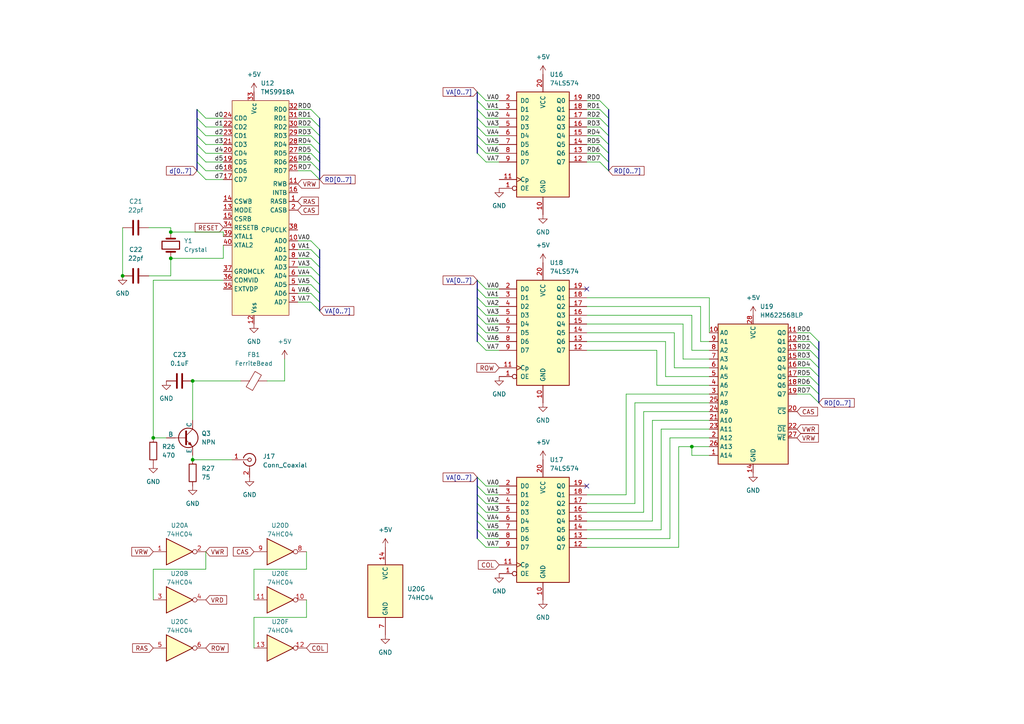
<source format=kicad_sch>
(kicad_sch (version 20230121) (generator eeschema)
  (paper "A4")
  (lib_symbols
    (symbol "74xx:74HC04"
      (property "Reference" "U" (at 0 1.27 0))
      (property "Value" "74HC04" (at 0 -1.27 0))
      (symbol "74HC04_1_0"
        (polyline (pts (xy -3.81 3.81) (xy -3.81 -3.81) (xy 3.81 0) (xy -3.81 3.81)) (stroke (width 0.254)) (fill (type background)))
        (pin input line (at -7.62 0 0) (length 3.81) (name "~") (number "1"))
        (pin output inverted (at 7.62 0 180) (length 3.81) (name "~") (number "2"))
      )
      (symbol "74HC04_2_0"
        (polyline (pts (xy -3.81 3.81) (xy -3.81 -3.81) (xy 3.81 0) (xy -3.81 3.81)) (stroke (width 0.254)) (fill (type background)))
        (pin input line (at -7.62 0 0) (length 3.81) (name "~") (number "3"))
        (pin output inverted (at 7.62 0 180) (length 3.81) (name "~") (number "4"))
      )
      (symbol "74HC04_3_0"
        (polyline (pts (xy -3.81 3.81) (xy -3.81 -3.81) (xy 3.81 0) (xy -3.81 3.81)) (stroke (width 0.254)) (fill (type background)))
        (pin input line (at -7.62 0 0) (length 3.81) (name "~") (number "5"))
        (pin output inverted (at 7.62 0 180) (length 3.81) (name "~") (number "6"))
      )
      (symbol "74HC04_4_0"
        (polyline (pts (xy -3.81 3.81) (xy -3.81 -3.81) (xy 3.81 0) (xy -3.81 3.81)) (stroke (width 0.254)) (fill (type background)))
        (pin output inverted (at 7.62 0 180) (length 3.81) (name "~") (number "8"))
        (pin input line (at -7.62 0 0) (length 3.81) (name "~") (number "9"))
      )
      (symbol "74HC04_5_0"
        (polyline (pts (xy -3.81 3.81) (xy -3.81 -3.81) (xy 3.81 0) (xy -3.81 3.81)) (stroke (width 0.254)) (fill (type background)))
        (pin output inverted (at 7.62 0 180) (length 3.81) (name "~") (number "10"))
        (pin input line (at -7.62 0 0) (length 3.81) (name "~") (number "11"))
      )
      (symbol "74HC04_6_0"
        (polyline (pts (xy -3.81 3.81) (xy -3.81 -3.81) (xy 3.81 0) (xy -3.81 3.81)) (stroke (width 0.254)) (fill (type background)))
        (pin output inverted (at 7.62 0 180) (length 3.81) (name "~") (number "12"))
        (pin input line (at -7.62 0 0) (length 3.81) (name "~") (number "13"))
      )
      (symbol "74HC04_7_0"
        (pin power_in line (at 0 12.7 270) (length 5.08) (name "VCC") (number "14"))
        (pin power_in line (at 0 -12.7 90) (length 5.08) (name "GND") (number "7"))
      )
      (symbol "74HC04_7_1"
        (rectangle (start -5.08 7.62) (end 5.08 -7.62) (stroke (width 0.254)) (fill (type background)))
      )
    )
    (symbol "74xx:74LS574" (pin_names (offset 1.016))
      (property "Reference" "U" (at -7.62 16.51 0))
      (property "Value" "74LS574" (at -7.62 -16.51 0))
      (symbol "74LS574_1_0"
        (pin input inverted (at -12.7 -12.7 0) (length 5.08) (name "OE") (number "1"))
        (pin power_in line (at 0 -20.32 90) (length 5.08) (name "GND") (number "10"))
        (pin input clock (at -12.7 -10.16 0) (length 5.08) (name "Cp") (number "11"))
        (pin tri_state line (at 12.7 -5.08 180) (length 5.08) (name "Q7") (number "12"))
        (pin tri_state line (at 12.7 -2.54 180) (length 5.08) (name "Q6") (number "13"))
        (pin tri_state line (at 12.7 0 180) (length 5.08) (name "Q5") (number "14"))
        (pin tri_state line (at 12.7 2.54 180) (length 5.08) (name "Q4") (number "15"))
        (pin tri_state line (at 12.7 5.08 180) (length 5.08) (name "Q3") (number "16"))
        (pin tri_state line (at 12.7 7.62 180) (length 5.08) (name "Q2") (number "17"))
        (pin tri_state line (at 12.7 10.16 180) (length 5.08) (name "Q1") (number "18"))
        (pin tri_state line (at 12.7 12.7 180) (length 5.08) (name "Q0") (number "19"))
        (pin input line (at -12.7 12.7 0) (length 5.08) (name "D0") (number "2"))
        (pin power_in line (at 0 20.32 270) (length 5.08) (name "VCC") (number "20"))
        (pin input line (at -12.7 10.16 0) (length 5.08) (name "D1") (number "3"))
        (pin input line (at -12.7 7.62 0) (length 5.08) (name "D2") (number "4"))
        (pin input line (at -12.7 5.08 0) (length 5.08) (name "D3") (number "5"))
        (pin input line (at -12.7 2.54 0) (length 5.08) (name "D4") (number "6"))
        (pin input line (at -12.7 0 0) (length 5.08) (name "D5") (number "7"))
        (pin input line (at -12.7 -2.54 0) (length 5.08) (name "D6") (number "8"))
        (pin input line (at -12.7 -5.08 0) (length 5.08) (name "D7") (number "9"))
      )
      (symbol "74LS574_1_1"
        (rectangle (start -7.62 15.24) (end 7.62 -15.24) (stroke (width 0.254)) (fill (type background)))
      )
    )
    (symbol "Connector:Conn_Coaxial" (pin_names (offset 1.016) hide)
      (property "Reference" "J" (at 0.254 3.048 0))
      (property "Value" "Conn_Coaxial" (at 2.921 0 90))
      (symbol "Conn_Coaxial_0_1"
        (arc (start -1.778 -0.508) (mid 0.2311 -1.8066) (end 1.778 0) (stroke (width 0.254)))
        (polyline (pts (xy -2.54 0) (xy -0.508 0)))
        (polyline (pts (xy 0 -2.54) (xy 0 -1.778)))
        (circle (center 0 0) (radius 0.508) (stroke (width 0.2032)))
        (arc (start 1.778 0) (mid 0.2099 1.8101) (end -1.778 0.508) (stroke (width 0.254)))
      )
      (symbol "Conn_Coaxial_1_1"
        (pin passive line (at -5.08 0 0) (length 2.54) (name "In") (number "1"))
        (pin passive line (at 0 -5.08 90) (length 2.54) (name "Ext") (number "2"))
      )
    )
    (symbol "Device:C" (pin_numbers hide) (pin_names (offset 0.254))
      (property "Reference" "C" (at 0.635 2.54 0))
      (property "Value" "C" (at 0.635 -2.54 0))
      (symbol "C_0_1"
        (polyline (pts (xy -2.032 -0.762) (xy 2.032 -0.762)) (stroke (width 0.508)))
        (polyline (pts (xy -2.032 0.762) (xy 2.032 0.762)) (stroke (width 0.508)))
      )
      (symbol "C_1_1"
        (pin passive line (at 0 3.81 270) (length 2.794) (name "~") (number "1"))
        (pin passive line (at 0 -3.81 90) (length 2.794) (name "~") (number "2"))
      )
    )
    (symbol "Device:Crystal" (pin_numbers hide) (pin_names (offset 1.016) hide)
      (property "Reference" "Y" (at 0 3.81 0))
      (property "Value" "Crystal" (at 0 -3.81 0))
      (symbol "Crystal_0_1"
        (rectangle (start -1.143 2.54) (end 1.143 -2.54) (stroke (width 0.3048)))
        (polyline (pts (xy -2.54 0) (xy -1.905 0)))
        (polyline (pts (xy -1.905 -1.27) (xy -1.905 1.27)) (stroke (width 0.508)))
        (polyline (pts (xy 1.905 -1.27) (xy 1.905 1.27)) (stroke (width 0.508)))
        (polyline (pts (xy 2.54 0) (xy 1.905 0)))
      )
      (symbol "Crystal_1_1"
        (pin passive line (at -3.81 0 0) (length 1.27) (name "1") (number "1"))
        (pin passive line (at 3.81 0 180) (length 1.27) (name "2") (number "2"))
      )
    )
    (symbol "Device:FerriteBead" (pin_numbers hide) (pin_names (offset 0))
      (property "Reference" "FB" (at -3.81 0.635 90))
      (property "Value" "FerriteBead" (at 3.81 0 90))
      (symbol "FerriteBead_0_1"
        (polyline (pts (xy 0 -1.27) (xy 0 -1.2192)))
        (polyline (pts (xy 0 1.27) (xy 0 1.2954)))
        (polyline (pts (xy -2.7686 0.4064) (xy -1.7018 2.2606) (xy 2.7686 -0.3048) (xy 1.6764 -2.159) (xy -2.7686 0.4064)))
      )
      (symbol "FerriteBead_1_1"
        (pin passive line (at 0 3.81 270) (length 2.54) (name "~") (number "1"))
        (pin passive line (at 0 -3.81 90) (length 2.54) (name "~") (number "2"))
      )
    )
    (symbol "Device:R" (pin_numbers hide) (pin_names (offset 0))
      (property "Reference" "R" (at 2.032 0 90))
      (property "Value" "R" (at 0 0 90))
      (symbol "R_0_1"
        (rectangle (start -1.016 -2.54) (end 1.016 2.54) (stroke (width 0.254)))
      )
      (symbol "R_1_1"
        (pin passive line (at 0 3.81 270) (length 1.27) (name "~") (number "1"))
        (pin passive line (at 0 -3.81 90) (length 1.27) (name "~") (number "2"))
      )
    )
    (symbol "GraphicsLibrary:TMS9918A"
      (property "Reference" "U" (at 0 30.48 0))
      (property "Value" "TMS9918A" (at 0.635 28.575 0))
      (symbol "TMS9918A_0_0"
        (text "" (at 8.89 -6.35 0) (effects (font (size 1.27 1.27))))
      )
      (symbol "TMS9918A_0_1"
        (rectangle (start -6.35 22.86) (end 10.16 -39.37) (fill (type background)))
      )
      (symbol "TMS9918A_1_0"
        (pin input line (at -8.89 -19.05 0) (length 2.54) (name "XTAL2") (number "40"))
      )
      (symbol "TMS9918A_1_1"
        (pin output line (at 12.7 -6.35 180) (length 2.54) (name "RASB") (number "1"))
        (pin output line (at 12.7 -17.78 180) (length 2.54) (name "AD0") (number "10"))
        (pin output line (at 12.7 -1.27 180) (length 2.54) (name "RWB") (number "11"))
        (pin power_in line (at 0 -41.91 90) (length 2.54) (name "Vss") (number "12"))
        (pin input line (at -8.89 -8.89 0) (length 2.54) (name "MODE") (number "13"))
        (pin input line (at -8.89 -6.35 0) (length 2.54) (name "CSWB") (number "14"))
        (pin input line (at -8.89 -11.43 0) (length 2.54) (name "CSRB") (number "15"))
        (pin output line (at 12.7 -3.81 180) (length 2.54) (name "INTB") (number "16"))
        (pin bidirectional line (at -8.89 0 0) (length 2.54) (name "CD7") (number "17"))
        (pin bidirectional line (at -8.89 2.54 0) (length 2.54) (name "CD6") (number "18"))
        (pin bidirectional line (at -8.89 5.08 0) (length 2.54) (name "CD5") (number "19"))
        (pin output line (at 12.7 -8.89 180) (length 2.54) (name "CASB") (number "2"))
        (pin bidirectional line (at -8.89 7.62 0) (length 2.54) (name "CD4") (number "20"))
        (pin bidirectional line (at -8.89 10.16 0) (length 2.54) (name "CD3") (number "21"))
        (pin bidirectional line (at -8.89 15.24 0) (length 2.54) (name "CD2") (number "22"))
        (pin bidirectional line (at -8.89 12.7 0) (length 2.54) (name "CD1") (number "23"))
        (pin bidirectional line (at -8.89 17.78 0) (length 2.54) (name "CD0") (number "24"))
        (pin input line (at 12.7 2.54 180) (length 2.54) (name "RD7") (number "25"))
        (pin input line (at 12.7 5.08 180) (length 2.54) (name "RD6") (number "26"))
        (pin input line (at 12.7 7.62 180) (length 2.54) (name "RD5") (number "27"))
        (pin input line (at 12.7 10.16 180) (length 2.54) (name "RD4") (number "28"))
        (pin input line (at 12.7 12.7 180) (length 2.54) (name "RD3") (number "29"))
        (pin output line (at 12.7 -35.56 180) (length 2.54) (name "AD7") (number "3"))
        (pin input line (at 12.7 15.24 180) (length 2.54) (name "RD2") (number "30"))
        (pin input line (at 12.7 17.78 180) (length 2.54) (name "RD1") (number "31"))
        (pin input line (at 12.7 20.32 180) (length 2.54) (name "RD0") (number "32"))
        (pin power_in line (at 0 25.4 270) (length 2.54) (name "Vcc") (number "33"))
        (pin input line (at -8.89 -13.97 0) (length 2.54) (name "RESETB") (number "34"))
        (pin bidirectional line (at -8.89 -31.75 0) (length 2.54) (name "EXTVDP") (number "35"))
        (pin output line (at -8.89 -29.21 0) (length 2.54) (name "COMVID") (number "36"))
        (pin output line (at -8.89 -26.67 0) (length 2.54) (name "GROMCLK") (number "37"))
        (pin output line (at 12.7 -14.605 180) (length 2.54) (name "CPUCLK") (number "38"))
        (pin input line (at -8.89 -16.51 0) (length 2.54) (name "XTAL1") (number "39"))
        (pin output line (at 12.7 -33.02 180) (length 2.54) (name "AD6") (number "4"))
        (pin output line (at 12.7 -30.48 180) (length 2.54) (name "AD5") (number "5"))
        (pin output line (at 12.7 -27.94 180) (length 2.54) (name "AD4") (number "6"))
        (pin output line (at 12.7 -25.4 180) (length 2.54) (name "AD3") (number "7"))
        (pin output line (at 12.7 -22.86 180) (length 2.54) (name "AD2") (number "8"))
        (pin output line (at 12.7 -20.32 180) (length 2.54) (name "AD1") (number "9"))
      )
    )
    (symbol "Memory_RAM:HM62256BLP"
      (property "Reference" "U" (at -10.16 20.955 0))
      (property "Value" "HM62256BLP" (at 2.54 20.955 0))
      (symbol "HM62256BLP_0_0"
        (pin power_in line (at 0 -22.86 90) (length 2.54) (name "GND") (number "14"))
        (pin power_in line (at 0 22.86 270) (length 2.54) (name "VCC") (number "28"))
      )
      (symbol "HM62256BLP_0_1"
        (rectangle (start -10.16 20.32) (end 10.16 -20.32) (stroke (width 0.254)) (fill (type background)))
      )
      (symbol "HM62256BLP_1_1"
        (pin input line (at -12.7 -17.78 0) (length 2.54) (name "A14") (number "1"))
        (pin input line (at -12.7 17.78 0) (length 2.54) (name "A0") (number "10"))
        (pin tri_state line (at 12.7 17.78 180) (length 2.54) (name "Q0") (number "11"))
        (pin tri_state line (at 12.7 15.24 180) (length 2.54) (name "Q1") (number "12"))
        (pin tri_state line (at 12.7 12.7 180) (length 2.54) (name "Q2") (number "13"))
        (pin tri_state line (at 12.7 10.16 180) (length 2.54) (name "Q3") (number "15"))
        (pin tri_state line (at 12.7 7.62 180) (length 2.54) (name "Q4") (number "16"))
        (pin tri_state line (at 12.7 5.08 180) (length 2.54) (name "Q5") (number "17"))
        (pin tri_state line (at 12.7 2.54 180) (length 2.54) (name "Q6") (number "18"))
        (pin tri_state line (at 12.7 0 180) (length 2.54) (name "Q7") (number "19"))
        (pin input line (at -12.7 -12.7 0) (length 2.54) (name "A12") (number "2"))
        (pin input line (at 12.7 -5.08 180) (length 2.54) (name "~{CS}") (number "20"))
        (pin input line (at -12.7 -7.62 0) (length 2.54) (name "A10") (number "21"))
        (pin input line (at 12.7 -10.16 180) (length 2.54) (name "~{OE}") (number "22"))
        (pin input line (at -12.7 -10.16 0) (length 2.54) (name "A11") (number "23"))
        (pin input line (at -12.7 -5.08 0) (length 2.54) (name "A9") (number "24"))
        (pin input line (at -12.7 -2.54 0) (length 2.54) (name "A8") (number "25"))
        (pin input line (at -12.7 -15.24 0) (length 2.54) (name "A13") (number "26"))
        (pin input line (at 12.7 -12.7 180) (length 2.54) (name "~{WE}") (number "27"))
        (pin input line (at -12.7 0 0) (length 2.54) (name "A7") (number "3"))
        (pin input line (at -12.7 2.54 0) (length 2.54) (name "A6") (number "4"))
        (pin input line (at -12.7 5.08 0) (length 2.54) (name "A5") (number "5"))
        (pin input line (at -12.7 7.62 0) (length 2.54) (name "A4") (number "6"))
        (pin input line (at -12.7 10.16 0) (length 2.54) (name "A3") (number "7"))
        (pin input line (at -12.7 12.7 0) (length 2.54) (name "A2") (number "8"))
        (pin input line (at -12.7 15.24 0) (length 2.54) (name "A1") (number "9"))
      )
    )
    (symbol "Simulation_SPICE:NPN" (pin_numbers hide) (pin_names (offset 0))
      (property "Reference" "Q" (at -2.54 7.62 0))
      (property "Value" "NPN" (at -2.54 5.08 0))
      (symbol "NPN_0_1"
        (polyline (pts (xy -2.54 0) (xy 0.635 0)) (stroke (width 0.1524)))
        (polyline (pts (xy 0.635 0.635) (xy 2.54 2.54)))
        (polyline (pts (xy 2.794 -1.27) (xy 2.794 -1.27)) (stroke (width 0.1524)))
        (polyline (pts (xy 2.794 -1.27) (xy 2.794 -1.27)) (stroke (width 0.1524)))
        (polyline (pts (xy 0.635 -0.635) (xy 2.54 -2.54) (xy 2.54 -2.54)))
        (polyline (pts (xy 0.635 1.905) (xy 0.635 -1.905) (xy 0.635 -1.905)) (stroke (width 0.508)))
        (polyline (pts (xy 1.27 -1.778) (xy 1.778 -1.27) (xy 2.286 -2.286) (xy 1.27 -1.778) (xy 1.27 -1.778)) (fill (type outline)))
        (circle (center 1.27 0) (radius 2.8194) (stroke (width 0.254)))
      )
      (symbol "NPN_1_1"
        (pin open_collector line (at 2.54 5.08 270) (length 2.54) (name "C") (number "1"))
        (pin input line (at -5.08 0 0) (length 2.54) (name "B") (number "2"))
        (pin open_emitter line (at 2.54 -5.08 90) (length 2.54) (name "E") (number "3"))
      )
    )
    (symbol "power:+5V" (power) (pin_names (offset 0))
      (property "Value" "+5V" (at 0 3.556 0))
      (symbol "+5V_0_1"
        (polyline (pts (xy -0.762 1.27) (xy 0 2.54)))
        (polyline (pts (xy 0 0) (xy 0 2.54)))
        (polyline (pts (xy 0 2.54) (xy 0.762 1.27)))
      )
      (symbol "+5V_1_1"
        (pin power_in line (at 0 0 90) (length 0) hide (name "+5V") (number "1"))
      )
    )
    (symbol "power:GND" (power) (pin_names (offset 0))
      (property "Value" "GND" (at 0 -3.81 0))
      (symbol "GND_0_1"
        (polyline (pts (xy 0 0) (xy 0 -1.27) (xy 1.27 -1.27) (xy 0 -2.54) (xy -1.27 -1.27) (xy 0 -1.27)))
      )
      (symbol "GND_1_1"
        (pin power_in line (at 0 0 270) (length 0) hide (name "GND") (number "1"))
      )
    )
  )
  (junction (at 200.66 129.54))
  (junction (at 49.53 67.31))
  (junction (at 55.88 133.35))
  (junction (at 49.53 74.93))
  (junction (at 35.56 80.01))
  (junction (at 55.88 110.49))
  (junction (at 44.45 127))
  (no_connect (at 170.18 83.82))
  (no_connect (at 170.18 140.97))
  (bus_entry (at 234.95 114.3) (size 2.54 2.54))
  (bus_entry (at 57.15 46.99) (size 2.54 2.54))
  (bus_entry (at 140.97 156.21) (size -2.54 -2.54))
  (bus_entry (at 140.97 39.37) (size -2.54 -2.54))
  (bus_entry (at 90.17 46.99) (size 2.54 2.54))
  (bus_entry (at 173.99 34.29) (size 2.54 2.54))
  (bus_entry (at 234.95 106.68) (size 2.54 2.54))
  (bus_entry (at 90.17 74.93) (size 2.54 2.54))
  (bus_entry (at 57.15 39.37) (size 2.54 2.54))
  (bus_entry (at 140.97 153.67) (size -2.54 -2.54))
  (bus_entry (at 140.97 148.59) (size -2.54 -2.54))
  (bus_entry (at 173.99 46.99) (size 2.54 2.54))
  (bus_entry (at 140.97 158.75) (size -2.54 -2.54))
  (bus_entry (at 90.17 82.55) (size 2.54 2.54))
  (bus_entry (at 57.15 36.83) (size 2.54 2.54))
  (bus_entry (at 140.97 46.99) (size -2.54 -2.54))
  (bus_entry (at 140.97 29.21) (size -2.54 -2.54))
  (bus_entry (at 140.97 99.06) (size -2.54 -2.54))
  (bus_entry (at 90.17 31.75) (size 2.54 2.54))
  (bus_entry (at 57.15 44.45) (size 2.54 2.54))
  (bus_entry (at 57.15 34.29) (size 2.54 2.54))
  (bus_entry (at 140.97 101.6) (size -2.54 -2.54))
  (bus_entry (at 90.17 41.91) (size 2.54 2.54))
  (bus_entry (at 140.97 41.91) (size -2.54 -2.54))
  (bus_entry (at 90.17 36.83) (size 2.54 2.54))
  (bus_entry (at 90.17 69.85) (size 2.54 2.54))
  (bus_entry (at 57.15 41.91) (size 2.54 2.54))
  (bus_entry (at 90.17 44.45) (size 2.54 2.54))
  (bus_entry (at 234.95 109.22) (size 2.54 2.54))
  (bus_entry (at 90.17 49.53) (size 2.54 2.54))
  (bus_entry (at 140.97 91.44) (size -2.54 -2.54))
  (bus_entry (at 140.97 143.51) (size -2.54 -2.54))
  (bus_entry (at 234.95 104.14) (size 2.54 2.54))
  (bus_entry (at 90.17 34.29) (size 2.54 2.54))
  (bus_entry (at 140.97 93.98) (size -2.54 -2.54))
  (bus_entry (at 90.17 72.39) (size 2.54 2.54))
  (bus_entry (at 173.99 39.37) (size 2.54 2.54))
  (bus_entry (at 173.99 29.21) (size 2.54 2.54))
  (bus_entry (at 90.17 80.01) (size 2.54 2.54))
  (bus_entry (at 234.95 111.76) (size 2.54 2.54))
  (bus_entry (at 140.97 140.97) (size -2.54 -2.54))
  (bus_entry (at 234.95 101.6) (size 2.54 2.54))
  (bus_entry (at 234.95 99.06) (size 2.54 2.54))
  (bus_entry (at 140.97 44.45) (size -2.54 -2.54))
  (bus_entry (at 140.97 88.9) (size -2.54 -2.54))
  (bus_entry (at 140.97 31.75) (size -2.54 -2.54))
  (bus_entry (at 57.15 49.53) (size 2.54 2.54))
  (bus_entry (at 90.17 85.09) (size 2.54 2.54))
  (bus_entry (at 173.99 36.83) (size 2.54 2.54))
  (bus_entry (at 90.17 77.47) (size 2.54 2.54))
  (bus_entry (at 57.15 31.75) (size 2.54 2.54))
  (bus_entry (at 140.97 83.82) (size -2.54 -2.54))
  (bus_entry (at 140.97 96.52) (size -2.54 -2.54))
  (bus_entry (at 173.99 31.75) (size 2.54 2.54))
  (bus_entry (at 140.97 146.05) (size -2.54 -2.54))
  (bus_entry (at 90.17 87.63) (size 2.54 2.54))
  (bus_entry (at 234.95 96.52) (size 2.54 2.54))
  (bus_entry (at 173.99 44.45) (size 2.54 2.54))
  (bus_entry (at 140.97 36.83) (size -2.54 -2.54))
  (bus_entry (at 140.97 151.13) (size -2.54 -2.54))
  (bus_entry (at 140.97 86.36) (size -2.54 -2.54))
  (bus_entry (at 173.99 41.91) (size 2.54 2.54))
  (bus_entry (at 140.97 34.29) (size -2.54 -2.54))
  (bus_entry (at 90.17 39.37) (size 2.54 2.54))
  (bus (pts (xy 92.71 82.55) (xy 92.71 85.09)))
  (wire (pts (xy 144.78 158.75) (xy 140.97 158.75)))
  (bus (pts (xy 176.53 41.91) (xy 176.53 44.45)))
  (wire (pts (xy 144.78 88.9) (xy 140.97 88.9)))
  (bus (pts (xy 92.71 72.39) (xy 92.71 74.93)))
  (wire (pts (xy 49.53 67.31) (xy 64.77 67.31)))
  (wire (pts (xy 194.31 127) (xy 205.74 127)))
  (bus (pts (xy 237.49 104.14) (xy 237.49 106.68)))
  (wire (pts (xy 231.14 109.22) (xy 234.95 109.22)))
  (bus (pts (xy 57.15 31.75) (xy 57.15 34.29)))
  (wire (pts (xy 86.36 41.91) (xy 90.17 41.91)))
  (wire (pts (xy 170.18 29.21) (xy 173.99 29.21)))
  (wire (pts (xy 191.77 124.46) (xy 205.74 124.46)))
  (bus (pts (xy 92.71 34.29) (xy 92.71 36.83)))
  (wire (pts (xy 195.58 106.68) (xy 195.58 96.52)))
  (wire (pts (xy 86.36 49.53) (xy 90.17 49.53)))
  (wire (pts (xy 205.74 111.76) (xy 190.5 111.76)))
  (wire (pts (xy 144.78 46.99) (xy 140.97 46.99)))
  (wire (pts (xy 144.78 41.91) (xy 140.97 41.91)))
  (wire (pts (xy 144.78 151.13) (xy 140.97 151.13)))
  (wire (pts (xy 73.66 179.07) (xy 73.66 187.96)))
  (wire (pts (xy 231.14 111.76) (xy 234.95 111.76)))
  (wire (pts (xy 170.18 34.29) (xy 173.99 34.29)))
  (bus (pts (xy 92.71 49.53) (xy 92.71 52.07)))
  (bus (pts (xy 138.43 34.29) (xy 138.43 31.75)))
  (bus (pts (xy 92.71 44.45) (xy 92.71 46.99)))
  (wire (pts (xy 205.74 106.68) (xy 195.58 106.68)))
  (bus (pts (xy 138.43 156.21) (xy 138.43 153.67)))
  (wire (pts (xy 231.14 101.6) (xy 234.95 101.6)))
  (wire (pts (xy 194.31 156.21) (xy 194.31 127)))
  (wire (pts (xy 200.66 91.44) (xy 170.18 91.44)))
  (wire (pts (xy 59.69 44.45) (xy 64.77 44.45)))
  (wire (pts (xy 170.18 39.37) (xy 173.99 39.37)))
  (wire (pts (xy 205.74 132.08) (xy 200.66 132.08)))
  (wire (pts (xy 44.45 127) (xy 48.26 127)))
  (wire (pts (xy 43.18 66.04) (xy 49.53 66.04)))
  (wire (pts (xy 144.78 86.36) (xy 140.97 86.36)))
  (wire (pts (xy 205.74 101.6) (xy 200.66 101.6)))
  (wire (pts (xy 144.78 153.67) (xy 140.97 153.67)))
  (wire (pts (xy 231.14 104.14) (xy 234.95 104.14)))
  (wire (pts (xy 86.36 69.85) (xy 90.17 69.85)))
  (bus (pts (xy 237.49 99.06) (xy 237.49 101.6)))
  (wire (pts (xy 59.69 41.91) (xy 64.77 41.91)))
  (wire (pts (xy 144.78 36.83) (xy 140.97 36.83)))
  (wire (pts (xy 190.5 111.76) (xy 190.5 101.6)))
  (wire (pts (xy 88.9 165.1) (xy 73.66 165.1)))
  (bus (pts (xy 237.49 114.3) (xy 237.49 116.84)))
  (bus (pts (xy 92.71 77.47) (xy 92.71 80.01)))
  (wire (pts (xy 200.66 129.54) (xy 205.74 129.54)))
  (wire (pts (xy 59.69 49.53) (xy 64.77 49.53)))
  (wire (pts (xy 86.36 87.63) (xy 90.17 87.63)))
  (wire (pts (xy 231.14 114.3) (xy 234.95 114.3)))
  (wire (pts (xy 88.9 173.99) (xy 88.9 179.07)))
  (bus (pts (xy 92.71 41.91) (xy 92.71 44.45)))
  (bus (pts (xy 138.43 88.9) (xy 138.43 86.36)))
  (wire (pts (xy 144.78 93.98) (xy 140.97 93.98)))
  (bus (pts (xy 138.43 83.82) (xy 138.43 81.28)))
  (bus (pts (xy 176.53 46.99) (xy 176.53 49.53)))
  (wire (pts (xy 59.69 36.83) (xy 64.77 36.83)))
  (wire (pts (xy 59.69 39.37) (xy 64.77 39.37)))
  (bus (pts (xy 57.15 34.29) (xy 57.15 36.83)))
  (wire (pts (xy 59.69 52.07) (xy 64.77 52.07)))
  (wire (pts (xy 203.2 99.06) (xy 203.2 88.9)))
  (wire (pts (xy 170.18 146.05) (xy 184.15 146.05)))
  (wire (pts (xy 205.74 104.14) (xy 198.12 104.14)))
  (wire (pts (xy 88.9 179.07) (xy 73.66 179.07)))
  (wire (pts (xy 170.18 156.21) (xy 194.31 156.21)))
  (wire (pts (xy 203.2 88.9) (xy 170.18 88.9)))
  (bus (pts (xy 176.53 31.75) (xy 176.53 34.29)))
  (wire (pts (xy 49.53 80.01) (xy 49.53 74.93)))
  (wire (pts (xy 193.04 109.22) (xy 193.04 99.06)))
  (bus (pts (xy 138.43 99.06) (xy 138.43 96.52)))
  (wire (pts (xy 35.56 66.04) (xy 35.56 80.01)))
  (bus (pts (xy 138.43 153.67) (xy 138.43 151.13)))
  (wire (pts (xy 193.04 99.06) (xy 170.18 99.06)))
  (wire (pts (xy 170.18 36.83) (xy 173.99 36.83)))
  (bus (pts (xy 92.71 74.93) (xy 92.71 77.47)))
  (wire (pts (xy 184.15 116.84) (xy 205.74 116.84)))
  (bus (pts (xy 138.43 44.45) (xy 138.43 41.91)))
  (bus (pts (xy 57.15 41.91) (xy 57.15 44.45)))
  (wire (pts (xy 86.36 46.99) (xy 90.17 46.99)))
  (wire (pts (xy 170.18 151.13) (xy 189.23 151.13)))
  (bus (pts (xy 176.53 34.29) (xy 176.53 36.83)))
  (wire (pts (xy 186.69 148.59) (xy 186.69 119.38)))
  (wire (pts (xy 191.77 153.67) (xy 191.77 124.46)))
  (bus (pts (xy 138.43 146.05) (xy 138.43 143.51)))
  (bus (pts (xy 237.49 111.76) (xy 237.49 114.3)))
  (wire (pts (xy 170.18 153.67) (xy 191.77 153.67)))
  (wire (pts (xy 181.61 143.51) (xy 181.61 114.3)))
  (wire (pts (xy 64.77 81.28) (xy 44.45 81.28)))
  (bus (pts (xy 138.43 39.37) (xy 138.43 36.83)))
  (bus (pts (xy 138.43 31.75) (xy 138.43 29.21)))
  (wire (pts (xy 231.14 99.06) (xy 234.95 99.06)))
  (bus (pts (xy 92.71 39.37) (xy 92.71 41.91)))
  (wire (pts (xy 43.18 80.01) (xy 49.53 80.01)))
  (wire (pts (xy 77.47 110.49) (xy 82.55 110.49)))
  (bus (pts (xy 57.15 39.37) (xy 57.15 41.91)))
  (wire (pts (xy 86.36 39.37) (xy 90.17 39.37)))
  (wire (pts (xy 170.18 158.75) (xy 196.85 158.75)))
  (wire (pts (xy 55.88 133.35) (xy 67.31 133.35)))
  (wire (pts (xy 200.66 101.6) (xy 200.66 91.44)))
  (bus (pts (xy 92.71 87.63) (xy 92.71 90.17)))
  (wire (pts (xy 144.78 143.51) (xy 140.97 143.51)))
  (bus (pts (xy 92.71 46.99) (xy 92.71 49.53)))
  (wire (pts (xy 196.85 158.75) (xy 196.85 129.54)))
  (wire (pts (xy 64.77 74.93) (xy 64.77 71.12)))
  (wire (pts (xy 181.61 114.3) (xy 205.74 114.3)))
  (bus (pts (xy 237.49 109.22) (xy 237.49 111.76)))
  (wire (pts (xy 86.36 82.55) (xy 90.17 82.55)))
  (wire (pts (xy 86.36 36.83) (xy 90.17 36.83)))
  (bus (pts (xy 138.43 148.59) (xy 138.43 146.05)))
  (wire (pts (xy 86.36 80.01) (xy 90.17 80.01)))
  (wire (pts (xy 170.18 46.99) (xy 173.99 46.99)))
  (bus (pts (xy 92.71 80.01) (xy 92.71 82.55)))
  (bus (pts (xy 138.43 91.44) (xy 138.43 88.9)))
  (bus (pts (xy 57.15 36.83) (xy 57.15 39.37)))
  (wire (pts (xy 144.78 96.52) (xy 140.97 96.52)))
  (wire (pts (xy 205.74 86.36) (xy 205.74 96.52)))
  (wire (pts (xy 144.78 44.45) (xy 140.97 44.45)))
  (bus (pts (xy 138.43 86.36) (xy 138.43 83.82)))
  (bus (pts (xy 176.53 36.83) (xy 176.53 39.37)))
  (bus (pts (xy 176.53 44.45) (xy 176.53 46.99)))
  (bus (pts (xy 138.43 140.97) (xy 138.43 138.43)))
  (bus (pts (xy 57.15 46.99) (xy 57.15 49.53)))
  (wire (pts (xy 205.74 109.22) (xy 193.04 109.22)))
  (wire (pts (xy 82.55 110.49) (xy 82.55 104.14)))
  (bus (pts (xy 138.43 29.21) (xy 138.43 26.67)))
  (wire (pts (xy 144.78 140.97) (xy 140.97 140.97)))
  (wire (pts (xy 73.66 165.1) (xy 73.66 173.99)))
  (wire (pts (xy 59.69 34.29) (xy 64.77 34.29)))
  (bus (pts (xy 138.43 93.98) (xy 138.43 91.44)))
  (wire (pts (xy 200.66 132.08) (xy 200.66 129.54)))
  (wire (pts (xy 86.36 44.45) (xy 90.17 44.45)))
  (wire (pts (xy 170.18 143.51) (xy 181.61 143.51)))
  (wire (pts (xy 144.78 39.37) (xy 140.97 39.37)))
  (wire (pts (xy 86.36 74.93) (xy 90.17 74.93)))
  (wire (pts (xy 195.58 96.52) (xy 170.18 96.52)))
  (wire (pts (xy 59.69 46.99) (xy 64.77 46.99)))
  (bus (pts (xy 138.43 151.13) (xy 138.43 148.59)))
  (wire (pts (xy 144.78 29.21) (xy 140.97 29.21)))
  (wire (pts (xy 49.53 66.04) (xy 49.53 67.31)))
  (wire (pts (xy 59.69 160.02) (xy 59.69 165.1)))
  (wire (pts (xy 189.23 121.92) (xy 205.74 121.92)))
  (wire (pts (xy 55.88 133.35) (xy 55.88 132.08)))
  (wire (pts (xy 59.69 165.1) (xy 44.45 165.1)))
  (wire (pts (xy 86.36 85.09) (xy 90.17 85.09)))
  (wire (pts (xy 144.78 101.6) (xy 140.97 101.6)))
  (wire (pts (xy 186.69 119.38) (xy 205.74 119.38)))
  (wire (pts (xy 144.78 83.82) (xy 140.97 83.82)))
  (wire (pts (xy 170.18 44.45) (xy 173.99 44.45)))
  (wire (pts (xy 144.78 99.06) (xy 140.97 99.06)))
  (bus (pts (xy 138.43 96.52) (xy 138.43 93.98)))
  (bus (pts (xy 138.43 36.83) (xy 138.43 34.29)))
  (bus (pts (xy 57.15 44.45) (xy 57.15 46.99)))
  (wire (pts (xy 64.77 67.31) (xy 64.77 68.58)))
  (wire (pts (xy 196.85 129.54) (xy 200.66 129.54)))
  (wire (pts (xy 86.36 77.47) (xy 90.17 77.47)))
  (wire (pts (xy 170.18 86.36) (xy 205.74 86.36)))
  (bus (pts (xy 237.49 106.68) (xy 237.49 109.22)))
  (bus (pts (xy 138.43 41.91) (xy 138.43 39.37)))
  (wire (pts (xy 144.78 148.59) (xy 140.97 148.59)))
  (wire (pts (xy 144.78 91.44) (xy 140.97 91.44)))
  (bus (pts (xy 237.49 101.6) (xy 237.49 104.14)))
  (bus (pts (xy 92.71 36.83) (xy 92.71 39.37)))
  (wire (pts (xy 198.12 93.98) (xy 170.18 93.98)))
  (wire (pts (xy 170.18 41.91) (xy 173.99 41.91)))
  (wire (pts (xy 205.74 99.06) (xy 203.2 99.06)))
  (bus (pts (xy 176.53 39.37) (xy 176.53 41.91)))
  (wire (pts (xy 86.36 34.29) (xy 90.17 34.29)))
  (wire (pts (xy 170.18 31.75) (xy 173.99 31.75)))
  (wire (pts (xy 144.78 34.29) (xy 140.97 34.29)))
  (wire (pts (xy 189.23 151.13) (xy 189.23 121.92)))
  (wire (pts (xy 44.45 165.1) (xy 44.45 173.99)))
  (wire (pts (xy 144.78 156.21) (xy 140.97 156.21)))
  (wire (pts (xy 86.36 31.75) (xy 90.17 31.75)))
  (bus (pts (xy 138.43 143.51) (xy 138.43 140.97)))
  (wire (pts (xy 55.88 110.49) (xy 69.85 110.49)))
  (wire (pts (xy 231.14 106.68) (xy 234.95 106.68)))
  (wire (pts (xy 170.18 148.59) (xy 186.69 148.59)))
  (wire (pts (xy 86.36 72.39) (xy 90.17 72.39)))
  (wire (pts (xy 144.78 31.75) (xy 140.97 31.75)))
  (bus (pts (xy 92.71 85.09) (xy 92.71 87.63)))
  (wire (pts (xy 49.53 74.93) (xy 64.77 74.93)))
  (wire (pts (xy 55.88 121.92) (xy 55.88 110.49)))
  (wire (pts (xy 44.45 81.28) (xy 44.45 127)))
  (wire (pts (xy 184.15 146.05) (xy 184.15 116.84)))
  (wire (pts (xy 144.78 146.05) (xy 140.97 146.05)))
  (wire (pts (xy 198.12 104.14) (xy 198.12 93.98)))
  (wire (pts (xy 190.5 101.6) (xy 170.18 101.6)))
  (wire (pts (xy 231.14 96.52) (xy 234.95 96.52)))
  (wire (pts (xy 88.9 160.02) (xy 88.9 165.1)))
  (label "VA1" (at 86.36 72.39 0))
  (label "RD7" (at 86.36 49.53 0))
  (label "VA4" (at 144.78 151.13 180))
  (label "RD7" (at 170.18 46.99 0))
  (label "VA0" (at 144.78 29.21 180))
  (label "VA0" (at 144.78 83.82 180))
  (label "RD6" (at 231.14 111.76 0))
  (label "RD3" (at 86.36 39.37 0))
  (label "VA6" (at 86.36 85.09 0))
  (label "d6" (at 62.23 49.53 0))
  (label "VA3" (at 144.78 36.83 180))
  (label "VA0" (at 144.78 140.97 180))
  (label "VA3" (at 144.78 148.59 180))
  (label "RD5" (at 86.36 44.45 0))
  (label "VA7" (at 86.36 87.63 0))
  (label "VA6" (at 144.78 156.21 180))
  (label "RD1" (at 86.36 34.29 0))
  (label "VA5" (at 86.36 82.55 0))
  (label "VA7" (at 144.78 46.99 180))
  (label "RD0" (at 231.14 96.52 0))
  (label "VA2" (at 144.78 88.9 180))
  (label "RD1" (at 170.18 31.75 0))
  (label "RD0" (at 86.36 31.75 0))
  (label "d4" (at 62.23 44.45 0))
  (label "VA5" (at 144.78 41.91 180))
  (label "RD3" (at 170.18 36.83 0))
  (label "RD2" (at 231.14 101.6 0))
  (label "RD4" (at 231.14 106.68 0))
  (label "RD5" (at 170.18 41.91 0))
  (label "VA1" (at 144.78 86.36 180))
  (label "VA1" (at 144.78 143.51 180))
  (label "VA4" (at 86.36 80.01 0))
  (label "d1" (at 62.23 36.83 0))
  (label "RD1" (at 231.14 99.06 0))
  (label "d3" (at 62.23 41.91 0))
  (label "RD7" (at 231.14 114.3 0))
  (label "VA7" (at 144.78 158.75 180))
  (label "RD3" (at 231.14 104.14 0))
  (label "VA3" (at 144.78 91.44 180))
  (label "d5" (at 62.23 46.99 0))
  (label "d0" (at 62.23 34.29 0))
  (label "d7" (at 62.23 52.07 0))
  (label "RD2" (at 86.36 36.83 0))
  (label "VA5" (at 144.78 153.67 180))
  (label "VA5" (at 144.78 96.52 180))
  (label "VA4" (at 144.78 39.37 180))
  (label "VA2" (at 86.36 74.93 0))
  (label "RD6" (at 170.18 44.45 0))
  (label "VA7" (at 144.78 101.6 180))
  (label "VA6" (at 144.78 99.06 180))
  (label "RD0" (at 170.18 29.21 0))
  (label "d2" (at 62.23 39.37 0))
  (label "VA4" (at 144.78 93.98 180))
  (label "RD4" (at 86.36 41.91 0))
  (label "VA2" (at 144.78 146.05 180))
  (label "VA0" (at 86.36 69.85 0))
  (label "RD4" (at 170.18 39.37 0))
  (label "VA6" (at 144.78 44.45 180))
  (label "VA2" (at 144.78 34.29 180))
  (label "RD5" (at 231.14 109.22 0))
  (label "RD6" (at 86.36 46.99 0))
  (label "VA3" (at 86.36 77.47 0))
  (label "VA1" (at 144.78 31.75 180))
  (label "RD2" (at 170.18 34.29 0))
  (global_label "RD[0..7]" (shape input) (at 92.71 52.07 0) (property "Intersheetrefs" "${INTERSHEET_REFS}" (effects hide)))
  (global_label "RD[0..7]" (shape input) (at 237.49 116.84 0) (property "Intersheetrefs" "${INTERSHEET_REFS}" (effects hide)))
  (global_label "RD[0..7]" (shape input) (at 176.53 49.53 0) (property "Intersheetrefs" "${INTERSHEET_REFS}" (effects hide)))
  (global_label "VRW" (shape input) (at 44.45 160.02 180) (property "Intersheetrefs" "${INTERSHEET_REFS}" (effects hide)))
  (global_label "RESET" (shape input) (at 64.77 66.04 180) (property "Intersheetrefs" "${INTERSHEET_REFS}" (effects hide)))
  (global_label "VA[0..7]" (shape input) (at 92.71 90.17 0) (property "Intersheetrefs" "${INTERSHEET_REFS}" (effects hide)))
  (global_label "ROW" (shape input) (at 59.69 187.96 0) (property "Intersheetrefs" "${INTERSHEET_REFS}" (effects hide)))
  (global_label "VWR" (shape input) (at 231.14 124.46 0) (property "Intersheetrefs" "${INTERSHEET_REFS}" (effects hide)))
  (global_label "RAS" (shape input) (at 44.45 187.96 180) (property "Intersheetrefs" "${INTERSHEET_REFS}" (effects hide)))
  (global_label "CAS" (shape input) (at 73.66 160.02 180) (property "Intersheetrefs" "${INTERSHEET_REFS}" (effects hide)))
  (global_label "VA[0..7]" (shape input) (at 138.43 138.43 180) (property "Intersheetrefs" "${INTERSHEET_REFS}" (effects hide)))
  (global_label "VRW" (shape input) (at 86.36 53.34 0) (property "Intersheetrefs" "${INTERSHEET_REFS}" (effects hide)))
  (global_label "VRW" (shape input) (at 231.14 127 0) (property "Intersheetrefs" "${INTERSHEET_REFS}" (effects hide)))
  (global_label "CAS" (shape input) (at 231.14 119.38 0) (property "Intersheetrefs" "${INTERSHEET_REFS}" (effects hide)))
  (global_label "VA[0..7]" (shape input) (at 138.43 81.28 180) (property "Intersheetrefs" "${INTERSHEET_REFS}" (effects hide)))
  (global_label "d[0..7]" (shape input) (at 57.15 49.53 180) (property "Intersheetrefs" "${INTERSHEET_REFS}" (effects hide)))
  (global_label "VA[0..7]" (shape input) (at 138.43 26.67 180) (property "Intersheetrefs" "${INTERSHEET_REFS}" (effects hide)))
  (global_label "VWR" (shape input) (at 59.69 160.02 0) (property "Intersheetrefs" "${INTERSHEET_REFS}" (effects hide)))
  (global_label "VRD" (shape input) (at 59.69 173.99 0) (property "Intersheetrefs" "${INTERSHEET_REFS}" (effects hide)))
  (global_label "ROW" (shape input) (at 144.78 106.68 180) (property "Intersheetrefs" "${INTERSHEET_REFS}" (effects hide)))
  (global_label "COL" (shape input) (at 144.78 163.83 180) (property "Intersheetrefs" "${INTERSHEET_REFS}" (effects hide)))
  (global_label "CAS" (shape input) (at 86.36 60.96 0) (property "Intersheetrefs" "${INTERSHEET_REFS}" (effects hide)))
  (global_label "COL" (shape input) (at 88.9 187.96 0) (property "Intersheetrefs" "${INTERSHEET_REFS}" (effects hide)))
  (global_label "RAS" (shape input) (at 86.36 58.42 0) (property "Intersheetrefs" "${INTERSHEET_REFS}" (effects hide)))
  (symbol (lib_id "power:+5V") (at 157.48 133.35 0) (unit 1)
    (property "Reference" "#PWR095" (effects hide))
    (property "Value" "+5V" (at 157.48 128.27 0))
  )
  (symbol (lib_id "Device:FerriteBead") (at 73.66 110.49 90) (unit 1)
    (property "Reference" "FB1" (at 73.6092 102.87 90))
    (property "Value" "FerriteBead" (at 73.6092 105.41 90))
  )
  (symbol (lib_id "power:GND") (at 72.39 138.43 0) (unit 1)
    (property "Reference" "#PWR098" (effects hide))
    (property "Value" "GND" (at 72.39 143.51 0))
  )
  (symbol (lib_id "Device:C") (at 52.07 110.49 90) (unit 1)
    (property "Reference" "C23" (at 52.07 102.87 90))
    (property "Value" "0.1uF" (at 52.07 105.41 90))
    (property "Footprint" "Capacitor_THT:C_Disc_D5.1mm_W3.2mm_P5.00mm" (effects hide))
  )
  (symbol (lib_id "Simulation_SPICE:NPN") (at 53.34 127 0) (unit 1)
    (property "Reference" "Q3" (at 58.42 125.73 0) (effects (justify left)))
    (property "Value" "NPN" (at 58.42 128.27 0) (effects (justify left)))
    (property "Sim.Device" "NPN" (effects hide))
    (property "Sim.Type" "GUMMELPOON" (effects hide))
    (property "Sim.Pins" "1=C 2=B 3=E" (effects hide))
  )
  (symbol (lib_id "Device:R") (at 44.45 130.81 0) (unit 1)
    (property "Reference" "R26" (at 46.99 129.54 0) (effects (justify left)))
    (property "Value" "470" (at 46.99 132.08 0) (effects (justify left)))
    (property "Footprint" "Resistor_THT:R_Axial_DIN0204_L3.6mm_D1.6mm_P7.62mm_Horizontal" (effects hide))
  )
  (symbol (lib_id "power:+5V") (at 157.48 76.2 0) (unit 1)
    (property "Reference" "#PWR094" (effects hide))
    (property "Value" "+5V" (at 157.48 71.12 0))
  )
  (symbol (lib_id "74xx:74LS574") (at 157.48 41.91 0) (unit 1)
    (property "Reference" "U16" (at 159.4359 21.59 0) (effects (justify left)))
    (property "Value" "74LS574" (at 159.4359 24.13 0) (effects (justify left)))
    (property "Footprint" "Package_DIP:DIP-20_W7.62mm_Socket" (effects hide))
    (property "Datasheet" "http://www.ti.com/lit/gpn/sn74LS574" (effects hide))
  )
  (symbol (lib_id "Connector:Conn_Coaxial") (at 72.39 133.35 0) (unit 1)
    (property "Reference" "J17" (at 76.2 132.3732 0) (effects (justify left)))
    (property "Value" "Conn_Coaxial" (at 76.2 134.9132 0) (effects (justify left)))
    (property "Datasheet" " ~" (effects hide))
  )
  (symbol (lib_id "power:GND") (at 157.48 62.23 0) (unit 1)
    (property "Reference" "#PWR083" (effects hide))
    (property "Value" "GND" (at 157.48 67.31 0))
  )
  (symbol (lib_id "Device:R") (at 55.88 137.16 0) (unit 1)
    (property "Reference" "R27" (at 58.42 135.89 0) (effects (justify left)))
    (property "Value" "75" (at 58.42 138.43 0) (effects (justify left)))
    (property "Footprint" "Resistor_THT:R_Axial_DIN0204_L3.6mm_D1.6mm_P7.62mm_Horizontal" (effects hide))
  )
  (symbol (lib_id "power:+5V") (at 157.48 21.59 0) (unit 1)
    (property "Reference" "#PWR093" (effects hide))
    (property "Value" "+5V" (at 157.48 16.51 0))
  )
  (symbol (lib_id "power:GND") (at 55.88 140.97 0) (unit 1)
    (property "Reference" "#PWR097" (effects hide))
    (property "Value" "GND" (at 55.88 146.05 0))
  )
  (symbol (lib_id "power:+5V") (at 73.66 26.67 0) (unit 1)
    (property "Reference" "#PWR092" (effects hide))
    (property "Value" "+5V" (at 73.66 21.59 0))
  )
  (symbol (lib_id "power:GND") (at 111.76 184.15 0) (unit 1)
    (property "Reference" "#PWR0106" (effects hide))
    (property "Value" "GND" (at 111.76 189.23 0))
  )
  (symbol (lib_id "power:GND") (at 35.56 80.01 0) (unit 1)
    (property "Reference" "#PWR096" (effects hide))
    (property "Value" "GND" (at 35.56 85.09 0))
  )
  (symbol (lib_id "power:GND") (at 144.78 166.37 0) (unit 1)
    (property "Reference" "#PWR0108" (effects hide))
    (property "Value" "GND" (at 144.78 171.45 0))
  )
  (symbol (lib_id "74xx:74LS574") (at 157.48 96.52 0) (unit 1)
    (property "Reference" "U18" (at 159.4359 76.2 0) (effects (justify left)))
    (property "Value" "74LS574" (at 159.4359 78.74 0) (effects (justify left)))
    (property "Footprint" "Package_DIP:DIP-20_W7.62mm_Socket" (effects hide))
    (property "Datasheet" "http://www.ti.com/lit/gpn/sn74LS574" (effects hide))
  )
  (symbol (lib_id "Device:C") (at 39.37 80.01 90) (unit 1)
    (property "Reference" "C22" (at 39.37 72.39 90))
    (property "Value" "22pf" (at 39.37 74.93 90))
    (property "Footprint" "Capacitor_THT:C_Disc_D5.1mm_W3.2mm_P5.00mm" (effects hide))
  )
  (symbol (lib_id "power:GND") (at 44.45 134.62 0) (unit 1)
    (property "Reference" "#PWR099" (effects hide))
    (property "Value" "GND" (at 44.45 139.7 0))
  )
  (symbol (lib_id "power:GND") (at 157.48 173.99 0) (unit 1)
    (property "Reference" "#PWR064" (effects hide))
    (property "Value" "GND" (at 157.48 179.07 0))
  )
  (symbol (lib_id "power:+5V") (at 218.44 91.44 0) (unit 1)
    (property "Reference" "#PWR0102" (effects hide))
    (property "Value" "+5V" (at 218.44 86.36 0))
  )
  (symbol (lib_id "Memory_RAM:HM62256BLP") (at 218.44 114.3 0) (unit 1)
    (property "Reference" "U19" (at 220.3959 88.9 0) (effects (justify left)))
    (property "Value" "HM62256BLP" (at 220.3959 91.44 0) (effects (justify left)))
    (property "Footprint" "Package_DIP:DIP-28_W15.24mm" (effects hide))
    (property "Datasheet" "https://web.mit.edu/6.115/www/document/62256.pdf" (effects hide))
  )
  (symbol (lib_id "power:GND") (at 144.78 109.22 0) (unit 1)
    (property "Reference" "#PWR0107" (effects hide))
    (property "Value" "GND" (at 144.78 114.3 0))
  )
  (symbol (lib_id "74xx:74LS574") (at 157.48 153.67 0) (unit 1)
    (property "Reference" "U17" (at 159.4359 133.35 0) (effects (justify left)))
    (property "Value" "74LS574" (at 159.4359 135.89 0) (effects (justify left)))
    (property "Footprint" "Package_DIP:DIP-20_W7.62mm_Socket" (effects hide))
    (property "Datasheet" "http://www.ti.com/lit/gpn/sn74LS574" (effects hide))
  )
  (symbol (lib_id "power:GND") (at 73.66 93.98 0) (unit 1)
    (property "Reference" "#PWR063" (effects hide))
    (property "Value" "GND" (at 73.66 99.06 0))
  )
  (symbol (lib_id "74xx:74HC04") (at 111.76 171.45 0) (unit 7)
    (property "Reference" "U20" (at 118.11 170.815 0) (effects (justify left)))
    (property "Value" "74HC04" (at 118.11 173.355 0) (effects (justify left)))
    (property "Datasheet" "https://assets.nexperia.com/documents/data-sheet/74HC_HCT04.pdf" (effects hide))
  )
  (symbol (lib_id "74xx:74HC04") (at 81.28 160.02 0) (unit 4)
    (property "Reference" "U20" (at 81.28 152.4 0))
    (property "Value" "74HC04" (at 81.28 154.94 0))
    (property "Datasheet" "https://assets.nexperia.com/documents/data-sheet/74HC_HCT04.pdf" (effects hide))
  )
  (symbol (lib_id "power:+5V") (at 82.55 104.14 0) (unit 1)
    (property "Reference" "#PWR0100" (effects hide))
    (property "Value" "+5V" (at 82.55 99.06 0))
  )
  (symbol (lib_id "power:GND") (at 144.78 54.61 0) (unit 1)
    (property "Reference" "#PWR0109" (effects hide))
    (property "Value" "GND" (at 144.78 59.69 0))
  )
  (symbol (lib_id "74xx:74HC04") (at 52.07 173.99 0) (unit 2)
    (property "Reference" "U20" (at 52.07 166.37 0))
    (property "Value" "74HC04" (at 52.07 168.91 0))
    (property "Datasheet" "https://assets.nexperia.com/documents/data-sheet/74HC_HCT04.pdf" (effects hide))
  )
  (symbol (lib_id "74xx:74HC04") (at 52.07 160.02 0) (unit 1)
    (property "Reference" "U20" (at 52.07 152.4 0))
    (property "Value" "74HC04" (at 52.07 154.94 0))
    (property "Datasheet" "https://assets.nexperia.com/documents/data-sheet/74HC_HCT04.pdf" (effects hide))
  )
  (symbol (lib_id "Device:Crystal") (at 49.53 71.12 270) (unit 1)
    (property "Reference" "Y1" (at 53.34 69.85 90) (effects (justify left)))
    (property "Value" "Crystal" (at 53.34 72.39 90) (effects (justify left)))
  )
  (symbol (lib_id "power:GND") (at 218.44 137.16 0) (unit 1)
    (property "Reference" "#PWR0103" (effects hide))
    (property "Value" "GND" (at 218.44 142.24 0))
  )
  (symbol (lib_id "74xx:74HC04") (at 81.28 187.96 0) (unit 6)
    (property "Reference" "U20" (at 81.28 180.34 0))
    (property "Value" "74HC04" (at 81.28 182.88 0))
    (property "Datasheet" "https://assets.nexperia.com/documents/data-sheet/74HC_HCT04.pdf" (effects hide))
  )
  (symbol (lib_id "Device:C") (at 39.37 66.04 90) (unit 1)
    (property "Reference" "C21" (at 39.37 58.42 90))
    (property "Value" "22pf" (at 39.37 60.96 90))
    (property "Footprint" "Capacitor_THT:C_Disc_D5.1mm_W3.2mm_P5.00mm" (effects hide))
  )
  (symbol (lib_id "power:GND") (at 48.26 110.49 0) (unit 1)
    (property "Reference" "#PWR0101" (effects hide))
    (property "Value" "GND" (at 48.26 115.57 0))
  )
  (symbol (lib_id "74xx:74HC04") (at 81.28 173.99 0) (unit 5)
    (property "Reference" "U20" (at 81.28 166.37 0))
    (property "Value" "74HC04" (at 81.28 168.91 0))
    (property "Datasheet" "https://assets.nexperia.com/documents/data-sheet/74HC_HCT04.pdf" (effects hide))
  )
  (symbol (lib_id "power:+5V") (at 111.76 158.75 0) (unit 1)
    (property "Reference" "#PWR0105" (effects hide))
    (property "Value" "+5V" (at 111.76 153.67 0))
  )
  (symbol (lib_id "74xx:74HC04") (at 52.07 187.96 0) (unit 3)
    (property "Reference" "U20" (at 52.07 180.34 0))
    (property "Value" "74HC04" (at 52.07 182.88 0))
    (property "Datasheet" "https://assets.nexperia.com/documents/data-sheet/74HC_HCT04.pdf" (effects hide))
  )
  (symbol (lib_id "GraphicsLibrary:TMS9918A") (at 73.66 52.07 0) (unit 1)
    (property "Reference" "U12" (at 75.6159 24.13 0) (effects (justify left)))
    (property "Value" "TMS9918A" (at 75.6159 26.67 0) (effects (justify left)))
  )
  (symbol (lib_id "power:GND") (at 157.48 116.84 0) (unit 1)
    (property "Reference" "#PWR074" (effects hide))
    (property "Value" "GND" (at 157.48 121.92 0))
  )
)
</source>
